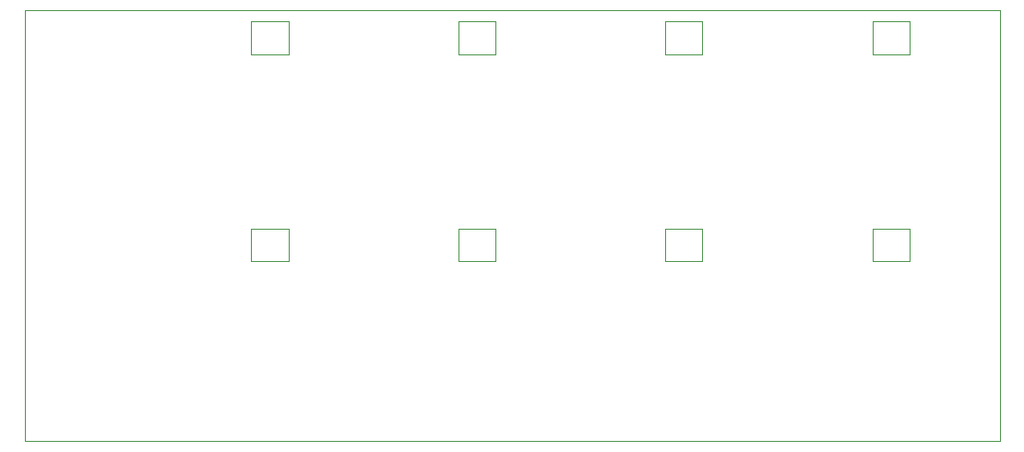
<source format=gm1>
G04 #@! TF.GenerationSoftware,KiCad,Pcbnew,9.0.7*
G04 #@! TF.CreationDate,2026-02-20T22:20:20+11:00*
G04 #@! TF.ProjectId,oled-v2,6f6c6564-2d76-4322-9e6b-696361645f70,rev?*
G04 #@! TF.SameCoordinates,Original*
G04 #@! TF.FileFunction,Profile,NP*
%FSLAX46Y46*%
G04 Gerber Fmt 4.6, Leading zero omitted, Abs format (unit mm)*
G04 Created by KiCad (PCBNEW 9.0.7) date 2026-02-20 22:20:20*
%MOMM*%
%LPD*%
G01*
G04 APERTURE LIST*
G04 #@! TA.AperFunction,Profile*
%ADD10C,0.050000*%
G04 #@! TD*
G04 #@! TA.AperFunction,Profile*
%ADD11C,0.120000*%
G04 #@! TD*
G04 APERTURE END LIST*
D10*
X61500000Y-52500000D02*
X151000000Y-52500000D01*
X151000000Y-92000000D01*
X61500000Y-92000000D01*
X61500000Y-52500000D01*
D11*
X120300000Y-53500000D02*
X120300000Y-56500000D01*
X120300000Y-56500000D02*
X123700000Y-56500000D01*
X123700000Y-53500000D02*
X120300000Y-53500000D01*
X123700000Y-56500000D02*
X123700000Y-53500000D01*
X139300000Y-53500000D02*
X139300000Y-56500000D01*
X139300000Y-56500000D02*
X142700000Y-56500000D01*
X142700000Y-53500000D02*
X139300000Y-53500000D01*
X142700000Y-56500000D02*
X142700000Y-53500000D01*
X101300000Y-72500000D02*
X101300000Y-75500000D01*
X101300000Y-75500000D02*
X104700000Y-75500000D01*
X104700000Y-72500000D02*
X101300000Y-72500000D01*
X104700000Y-75500000D02*
X104700000Y-72500000D01*
X82300000Y-72500000D02*
X82300000Y-75500000D01*
X82300000Y-75500000D02*
X85700000Y-75500000D01*
X85700000Y-72500000D02*
X82300000Y-72500000D01*
X85700000Y-75500000D02*
X85700000Y-72500000D01*
X120300000Y-72500000D02*
X120300000Y-75500000D01*
X120300000Y-75500000D02*
X123700000Y-75500000D01*
X123700000Y-72500000D02*
X120300000Y-72500000D01*
X123700000Y-75500000D02*
X123700000Y-72500000D01*
X101300000Y-53500000D02*
X101300000Y-56500000D01*
X101300000Y-56500000D02*
X104700000Y-56500000D01*
X104700000Y-53500000D02*
X101300000Y-53500000D01*
X104700000Y-56500000D02*
X104700000Y-53500000D01*
X139300000Y-72500000D02*
X139300000Y-75500000D01*
X139300000Y-75500000D02*
X142700000Y-75500000D01*
X142700000Y-72500000D02*
X139300000Y-72500000D01*
X142700000Y-75500000D02*
X142700000Y-72500000D01*
X82300000Y-53500000D02*
X82300000Y-56500000D01*
X82300000Y-56500000D02*
X85700000Y-56500000D01*
X85700000Y-53500000D02*
X82300000Y-53500000D01*
X85700000Y-56500000D02*
X85700000Y-53500000D01*
M02*

</source>
